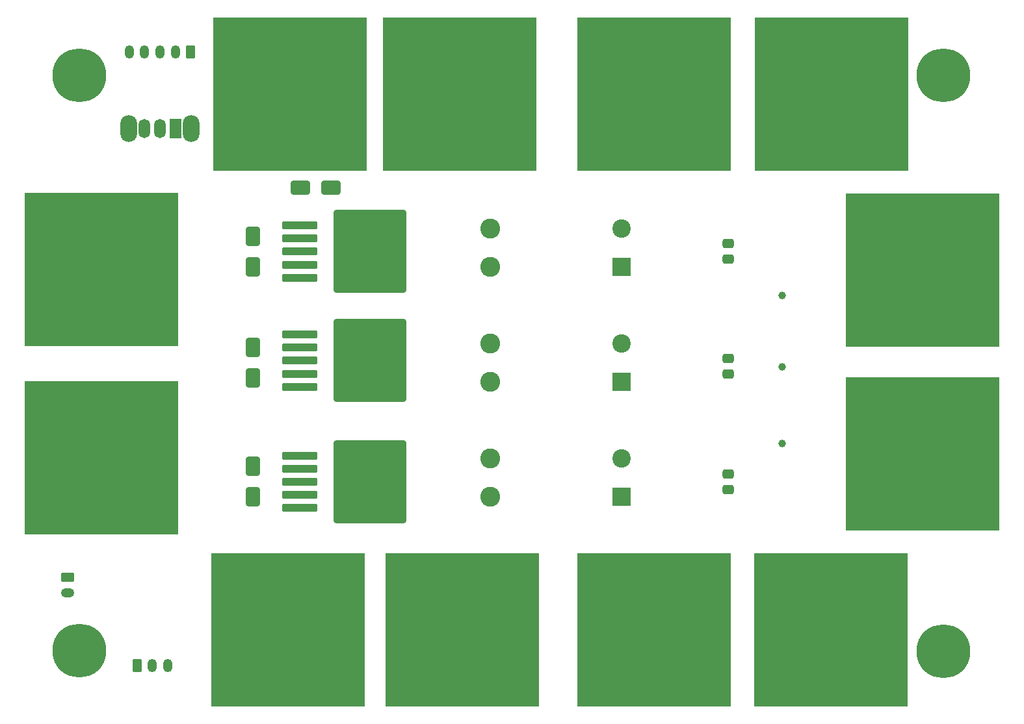
<source format=gbr>
%TF.GenerationSoftware,KiCad,Pcbnew,8.0.3-8.0.3-0~ubuntu22.04.1*%
%TF.CreationDate,2024-08-07T13:08:45+03:00*%
%TF.ProjectId,power_distribution_body,706f7765-725f-4646-9973-747269627574,rev?*%
%TF.SameCoordinates,Original*%
%TF.FileFunction,Soldermask,Top*%
%TF.FilePolarity,Negative*%
%FSLAX46Y46*%
G04 Gerber Fmt 4.6, Leading zero omitted, Abs format (unit mm)*
G04 Created by KiCad (PCBNEW 8.0.3-8.0.3-0~ubuntu22.04.1) date 2024-08-07 13:08:45*
%MOMM*%
%LPD*%
G01*
G04 APERTURE LIST*
G04 Aperture macros list*
%AMRoundRect*
0 Rectangle with rounded corners*
0 $1 Rounding radius*
0 $2 $3 $4 $5 $6 $7 $8 $9 X,Y pos of 4 corners*
0 Add a 4 corners polygon primitive as box body*
4,1,4,$2,$3,$4,$5,$6,$7,$8,$9,$2,$3,0*
0 Add four circle primitives for the rounded corners*
1,1,$1+$1,$2,$3*
1,1,$1+$1,$4,$5*
1,1,$1+$1,$6,$7*
1,1,$1+$1,$8,$9*
0 Add four rect primitives between the rounded corners*
20,1,$1+$1,$2,$3,$4,$5,0*
20,1,$1+$1,$4,$5,$6,$7,0*
20,1,$1+$1,$6,$7,$8,$9,0*
20,1,$1+$1,$8,$9,$2,$3,0*%
G04 Aperture macros list end*
%ADD10C,0.800000*%
%ADD11C,7.000000*%
%ADD12RoundRect,0.250000X-0.650000X1.000000X-0.650000X-1.000000X0.650000X-1.000000X0.650000X1.000000X0*%
%ADD13C,1.270000*%
%ADD14R,20.000000X20.000000*%
%ADD15RoundRect,0.250000X-2.050000X-0.300000X2.050000X-0.300000X2.050000X0.300000X-2.050000X0.300000X0*%
%ADD16RoundRect,0.250002X-4.449998X-5.149998X4.449998X-5.149998X4.449998X5.149998X-4.449998X5.149998X0*%
%ADD17RoundRect,0.250000X-0.475000X0.337500X-0.475000X-0.337500X0.475000X-0.337500X0.475000X0.337500X0*%
%ADD18C,2.600000*%
%ADD19R,2.400000X2.400000*%
%ADD20C,2.400000*%
%ADD21C,1.000000*%
%ADD22O,2.200000X3.500000*%
%ADD23R,1.500000X2.500000*%
%ADD24O,1.500000X2.500000*%
%ADD25RoundRect,0.250000X-0.625000X0.350000X-0.625000X-0.350000X0.625000X-0.350000X0.625000X0.350000X0*%
%ADD26O,1.750000X1.200000*%
%ADD27RoundRect,0.250000X-1.000000X-0.650000X1.000000X-0.650000X1.000000X0.650000X-1.000000X0.650000X0*%
%ADD28RoundRect,0.250000X0.350000X0.625000X-0.350000X0.625000X-0.350000X-0.625000X0.350000X-0.625000X0*%
%ADD29O,1.200000X1.750000*%
%ADD30RoundRect,0.250000X-0.350000X-0.625000X0.350000X-0.625000X0.350000X0.625000X-0.350000X0.625000X0*%
G04 APERTURE END LIST*
D10*
%TO.C,H1*%
X91725000Y-132500000D03*
X92493845Y-130643845D03*
X92493845Y-134356155D03*
X94350000Y-129875000D03*
D11*
X94350000Y-132500000D03*
D10*
X94350000Y-135125000D03*
X96206155Y-130643845D03*
X96206155Y-134356155D03*
X96975000Y-132500000D03*
%TD*%
D12*
%TO.C,D3*%
X117000000Y-78500000D03*
X117000000Y-82500000D03*
%TD*%
D13*
%TO.C,J4*%
X90850000Y-76500000D03*
X90850000Y-79040000D03*
X90850000Y-81580000D03*
X90850000Y-84120000D03*
X90850000Y-86660000D03*
X90850000Y-89200000D03*
X93390000Y-76500000D03*
X93390000Y-79040000D03*
X93390000Y-81580000D03*
X93390000Y-84120000D03*
X93390000Y-86660000D03*
X93390000Y-89200000D03*
X95930000Y-76500000D03*
X95930000Y-79040000D03*
X95930000Y-81580000D03*
X95930000Y-84120000D03*
X95930000Y-86660000D03*
X95930000Y-89200000D03*
D14*
X97200000Y-82850000D03*
D13*
X98470000Y-76500000D03*
X98470000Y-79040000D03*
X98470000Y-81580000D03*
X98470000Y-84120000D03*
X98470000Y-86660000D03*
X98470000Y-89200000D03*
X101010000Y-76500000D03*
X101010000Y-79040000D03*
X101010000Y-81580000D03*
X101010000Y-84120000D03*
X101010000Y-86660000D03*
X101010000Y-89200000D03*
X103550000Y-76500000D03*
X103550000Y-79040000D03*
X103550000Y-81580000D03*
X103550000Y-84120000D03*
X103550000Y-86660000D03*
X103550000Y-89200000D03*
%TD*%
D15*
%TO.C,U3*%
X123075000Y-77100000D03*
X123075000Y-78800000D03*
X123075000Y-80500000D03*
D16*
X132225000Y-80500000D03*
D15*
X123075000Y-82200000D03*
X123075000Y-83900000D03*
%TD*%
D13*
%TO.C,J10*%
X137850000Y-123500000D03*
X137850000Y-126040000D03*
X137850000Y-128580000D03*
X137850000Y-131120000D03*
X137850000Y-133660000D03*
X137850000Y-136200000D03*
X140390000Y-123500000D03*
X140390000Y-126040000D03*
X140390000Y-128580000D03*
X140390000Y-131120000D03*
X140390000Y-133660000D03*
X140390000Y-136200000D03*
X142930000Y-123500000D03*
X142930000Y-126040000D03*
X142930000Y-128580000D03*
X142930000Y-131120000D03*
X142930000Y-133660000D03*
X142930000Y-136200000D03*
D14*
X144200000Y-129850000D03*
D13*
X145470000Y-123500000D03*
X145470000Y-126040000D03*
X145470000Y-128580000D03*
X145470000Y-131120000D03*
X145470000Y-133660000D03*
X145470000Y-136200000D03*
X148010000Y-123500000D03*
X148010000Y-126040000D03*
X148010000Y-128580000D03*
X148010000Y-131120000D03*
X148010000Y-133660000D03*
X148010000Y-136200000D03*
X150550000Y-123500000D03*
X150550000Y-126040000D03*
X150550000Y-128580000D03*
X150550000Y-131120000D03*
X150550000Y-133660000D03*
X150550000Y-136200000D03*
%TD*%
D17*
%TO.C,C1*%
X178850000Y-79425000D03*
X178850000Y-81500000D03*
%TD*%
D13*
%TO.C,J13*%
X90850000Y-101040000D03*
X90850000Y-103580000D03*
X90850000Y-106120000D03*
X90850000Y-108660000D03*
X90850000Y-111200000D03*
X90850000Y-113740000D03*
X93390000Y-101040000D03*
X93390000Y-103580000D03*
X93390000Y-106120000D03*
X93390000Y-108660000D03*
X93390000Y-111200000D03*
X93390000Y-113740000D03*
X95930000Y-101040000D03*
X95930000Y-103580000D03*
X95930000Y-106120000D03*
X95930000Y-108660000D03*
X95930000Y-111200000D03*
X95930000Y-113740000D03*
D14*
X97200000Y-107390000D03*
D13*
X98470000Y-101040000D03*
X98470000Y-103580000D03*
X98470000Y-106120000D03*
X98470000Y-108660000D03*
X98470000Y-111200000D03*
X98470000Y-113740000D03*
X101010000Y-101040000D03*
X101010000Y-103580000D03*
X101010000Y-106120000D03*
X101010000Y-108660000D03*
X101010000Y-111200000D03*
X101010000Y-113740000D03*
X103550000Y-101040000D03*
X103550000Y-103580000D03*
X103550000Y-106120000D03*
X103550000Y-108660000D03*
X103550000Y-111200000D03*
X103550000Y-113740000D03*
%TD*%
D18*
%TO.C,L1*%
X147850000Y-107500000D03*
X147850000Y-112500000D03*
%TD*%
D13*
%TO.C,J5*%
X115450000Y-53600000D03*
X115450000Y-56140000D03*
X115450000Y-58680000D03*
X115450000Y-61220000D03*
X115450000Y-63760000D03*
X115450000Y-66300000D03*
X117990000Y-53600000D03*
X117990000Y-56140000D03*
X117990000Y-58680000D03*
X117990000Y-61220000D03*
X117990000Y-63760000D03*
X117990000Y-66300000D03*
X120530000Y-53600000D03*
X120530000Y-56140000D03*
X120530000Y-58680000D03*
X120530000Y-61220000D03*
X120530000Y-63760000D03*
X120530000Y-66300000D03*
D14*
X121800000Y-59950000D03*
D13*
X123070000Y-53600000D03*
X123070000Y-56140000D03*
X123070000Y-58680000D03*
X123070000Y-61220000D03*
X123070000Y-63760000D03*
X123070000Y-66300000D03*
X125610000Y-53600000D03*
X125610000Y-56140000D03*
X125610000Y-58680000D03*
X125610000Y-61220000D03*
X125610000Y-63760000D03*
X125610000Y-66300000D03*
X128150000Y-53600000D03*
X128150000Y-56140000D03*
X128150000Y-58680000D03*
X128150000Y-61220000D03*
X128150000Y-63760000D03*
X128150000Y-66300000D03*
%TD*%
D19*
%TO.C,C2*%
X165000000Y-112500000D03*
D20*
X165000000Y-107500000D03*
%TD*%
D13*
%TO.C,J12*%
X185950000Y-53600000D03*
X185950000Y-56140000D03*
X185950000Y-58680000D03*
X185950000Y-61220000D03*
X185950000Y-63760000D03*
X185950000Y-66300000D03*
X188490000Y-53600000D03*
X188490000Y-56140000D03*
X188490000Y-58680000D03*
X188490000Y-61220000D03*
X188490000Y-63760000D03*
X188490000Y-66300000D03*
X191030000Y-53600000D03*
X191030000Y-56140000D03*
X191030000Y-58680000D03*
X191030000Y-61220000D03*
X191030000Y-63760000D03*
X191030000Y-66300000D03*
D14*
X192300000Y-59950000D03*
D13*
X193570000Y-53600000D03*
X193570000Y-56140000D03*
X193570000Y-58680000D03*
X193570000Y-61220000D03*
X193570000Y-63760000D03*
X193570000Y-66300000D03*
X196110000Y-53600000D03*
X196110000Y-56140000D03*
X196110000Y-58680000D03*
X196110000Y-61220000D03*
X196110000Y-63760000D03*
X196110000Y-66300000D03*
X198650000Y-53600000D03*
X198650000Y-56140000D03*
X198650000Y-58680000D03*
X198650000Y-61220000D03*
X198650000Y-63760000D03*
X198650000Y-66300000D03*
%TD*%
D18*
%TO.C,L2*%
X147850000Y-92500000D03*
X147850000Y-97500000D03*
%TD*%
D21*
%TO.C,TP2*%
X185850000Y-105500000D03*
%TD*%
D22*
%TO.C,SW1*%
X108950000Y-64500000D03*
X100750000Y-64500000D03*
D23*
X106850000Y-64500000D03*
D24*
X104850000Y-64500000D03*
X102850000Y-64500000D03*
%TD*%
D15*
%TO.C,U2*%
X123075000Y-107100000D03*
X123075000Y-108800000D03*
X123075000Y-110500000D03*
D16*
X132225000Y-110500000D03*
D15*
X123075000Y-112200000D03*
X123075000Y-113900000D03*
%TD*%
D13*
%TO.C,J1*%
X162850000Y-53600000D03*
X162850000Y-56140000D03*
X162850000Y-58680000D03*
X162850000Y-61220000D03*
X162850000Y-63760000D03*
X162850000Y-66300000D03*
X165390000Y-53600000D03*
X165390000Y-56140000D03*
X165390000Y-58680000D03*
X165390000Y-61220000D03*
X165390000Y-63760000D03*
X165390000Y-66300000D03*
X167930000Y-53600000D03*
X167930000Y-56140000D03*
X167930000Y-58680000D03*
X167930000Y-61220000D03*
X167930000Y-63760000D03*
X167930000Y-66300000D03*
D14*
X169200000Y-59950000D03*
D13*
X170470000Y-53600000D03*
X170470000Y-56140000D03*
X170470000Y-58680000D03*
X170470000Y-61220000D03*
X170470000Y-63760000D03*
X170470000Y-66300000D03*
X173010000Y-53600000D03*
X173010000Y-56140000D03*
X173010000Y-58680000D03*
X173010000Y-61220000D03*
X173010000Y-63760000D03*
X173010000Y-66300000D03*
X175550000Y-53600000D03*
X175550000Y-56140000D03*
X175550000Y-58680000D03*
X175550000Y-61220000D03*
X175550000Y-63760000D03*
X175550000Y-66300000D03*
%TD*%
D25*
%TO.C,J7*%
X92850000Y-123000000D03*
D26*
X92850000Y-125000000D03*
%TD*%
D13*
%TO.C,J15*%
X197850000Y-100500000D03*
X197850000Y-103040000D03*
X197850000Y-105580000D03*
X197850000Y-108120000D03*
X197850000Y-110660000D03*
X197850000Y-113200000D03*
X200390000Y-100500000D03*
X200390000Y-103040000D03*
X200390000Y-105580000D03*
X200390000Y-108120000D03*
X200390000Y-110660000D03*
X200390000Y-113200000D03*
X202930000Y-100500000D03*
X202930000Y-103040000D03*
X202930000Y-105580000D03*
X202930000Y-108120000D03*
X202930000Y-110660000D03*
X202930000Y-113200000D03*
D14*
X204200000Y-106850000D03*
D13*
X205470000Y-100500000D03*
X205470000Y-103040000D03*
X205470000Y-105580000D03*
X205470000Y-108120000D03*
X205470000Y-110660000D03*
X205470000Y-113200000D03*
X208010000Y-100500000D03*
X208010000Y-103040000D03*
X208010000Y-105580000D03*
X208010000Y-108120000D03*
X208010000Y-110660000D03*
X208010000Y-113200000D03*
X210550000Y-100500000D03*
X210550000Y-103040000D03*
X210550000Y-105580000D03*
X210550000Y-108120000D03*
X210550000Y-110660000D03*
X210550000Y-113200000D03*
%TD*%
%TO.C,J9*%
X115150000Y-123500000D03*
X115150000Y-126040000D03*
X115150000Y-128580000D03*
X115150000Y-131120000D03*
X115150000Y-133660000D03*
X115150000Y-136200000D03*
X117690000Y-123500000D03*
X117690000Y-126040000D03*
X117690000Y-128580000D03*
X117690000Y-131120000D03*
X117690000Y-133660000D03*
X117690000Y-136200000D03*
X120230000Y-123500000D03*
X120230000Y-126040000D03*
X120230000Y-128580000D03*
X120230000Y-131120000D03*
X120230000Y-133660000D03*
X120230000Y-136200000D03*
D14*
X121500000Y-129850000D03*
D13*
X122770000Y-123500000D03*
X122770000Y-126040000D03*
X122770000Y-128580000D03*
X122770000Y-131120000D03*
X122770000Y-133660000D03*
X122770000Y-136200000D03*
X125310000Y-123500000D03*
X125310000Y-126040000D03*
X125310000Y-128580000D03*
X125310000Y-131120000D03*
X125310000Y-133660000D03*
X125310000Y-136200000D03*
X127850000Y-123500000D03*
X127850000Y-126040000D03*
X127850000Y-128580000D03*
X127850000Y-131120000D03*
X127850000Y-133660000D03*
X127850000Y-136200000D03*
%TD*%
D17*
%TO.C,C6*%
X178850000Y-109462500D03*
X178850000Y-111537500D03*
%TD*%
D10*
%TO.C,H2*%
X204225000Y-57500000D03*
X204993845Y-55643845D03*
X204993845Y-59356155D03*
X206850000Y-54875000D03*
D11*
X206850000Y-57500000D03*
D10*
X206850000Y-60125000D03*
X208706155Y-55643845D03*
X208706155Y-59356155D03*
X209475000Y-57500000D03*
%TD*%
D15*
%TO.C,U1*%
X123075000Y-91325000D03*
X123075000Y-93025000D03*
X123075000Y-94725000D03*
D16*
X132225000Y-94725000D03*
D15*
X123075000Y-96425000D03*
X123075000Y-98125000D03*
%TD*%
D13*
%TO.C,J3*%
X197850000Y-76600000D03*
X197850000Y-79140000D03*
X197850000Y-81680000D03*
X197850000Y-84220000D03*
X197850000Y-86760000D03*
X197850000Y-89300000D03*
X200390000Y-76600000D03*
X200390000Y-79140000D03*
X200390000Y-81680000D03*
X200390000Y-84220000D03*
X200390000Y-86760000D03*
X200390000Y-89300000D03*
X202930000Y-76600000D03*
X202930000Y-79140000D03*
X202930000Y-81680000D03*
X202930000Y-84220000D03*
X202930000Y-86760000D03*
X202930000Y-89300000D03*
D14*
X204200000Y-82950000D03*
D13*
X205470000Y-76600000D03*
X205470000Y-79140000D03*
X205470000Y-81680000D03*
X205470000Y-84220000D03*
X205470000Y-86760000D03*
X205470000Y-89300000D03*
X208010000Y-76600000D03*
X208010000Y-79140000D03*
X208010000Y-81680000D03*
X208010000Y-84220000D03*
X208010000Y-86760000D03*
X208010000Y-89300000D03*
X210550000Y-76600000D03*
X210550000Y-79140000D03*
X210550000Y-81680000D03*
X210550000Y-84220000D03*
X210550000Y-86760000D03*
X210550000Y-89300000D03*
%TD*%
D27*
%TO.C,D4*%
X123112500Y-72190000D03*
X127112500Y-72190000D03*
%TD*%
D28*
%TO.C,J6*%
X108850000Y-54500000D03*
D29*
X106850000Y-54500000D03*
X104850000Y-54500000D03*
X102850000Y-54500000D03*
X100850000Y-54500000D03*
%TD*%
D19*
%TO.C,C4*%
X165000000Y-97500000D03*
D20*
X165000000Y-92500000D03*
%TD*%
D10*
%TO.C,H4*%
X204225000Y-132643845D03*
X204993845Y-130787690D03*
X204993845Y-134500000D03*
X206850000Y-130018845D03*
D11*
X206850000Y-132643845D03*
D10*
X206850000Y-135268845D03*
X208706155Y-130787690D03*
X208706155Y-134500000D03*
X209475000Y-132643845D03*
%TD*%
D12*
%TO.C,D2*%
X117000000Y-93000000D03*
X117000000Y-97000000D03*
%TD*%
D10*
%TO.C,H3*%
X91725000Y-57500000D03*
X92493845Y-55643845D03*
X92493845Y-59356155D03*
X94350000Y-54875000D03*
D11*
X94350000Y-57500000D03*
D10*
X94350000Y-60125000D03*
X96206155Y-55643845D03*
X96206155Y-59356155D03*
X96975000Y-57500000D03*
%TD*%
D19*
%TO.C,C3*%
X165000000Y-82500000D03*
D20*
X165000000Y-77500000D03*
%TD*%
D21*
%TO.C,TP1*%
X185850000Y-95500000D03*
%TD*%
%TO.C,TP3*%
X185850000Y-86250000D03*
%TD*%
D30*
%TO.C,J8*%
X101850000Y-134500000D03*
D29*
X103850000Y-134500000D03*
X105850000Y-134500000D03*
%TD*%
D13*
%TO.C,J14*%
X137550000Y-53600000D03*
X137550000Y-56140000D03*
X137550000Y-58680000D03*
X137550000Y-61220000D03*
X137550000Y-63760000D03*
X137550000Y-66300000D03*
X140090000Y-53600000D03*
X140090000Y-56140000D03*
X140090000Y-58680000D03*
X140090000Y-61220000D03*
X140090000Y-63760000D03*
X140090000Y-66300000D03*
X142630000Y-53600000D03*
X142630000Y-56140000D03*
X142630000Y-58680000D03*
X142630000Y-61220000D03*
X142630000Y-63760000D03*
X142630000Y-66300000D03*
D14*
X143900000Y-59950000D03*
D13*
X145170000Y-53600000D03*
X145170000Y-56140000D03*
X145170000Y-58680000D03*
X145170000Y-61220000D03*
X145170000Y-63760000D03*
X145170000Y-66300000D03*
X147710000Y-53600000D03*
X147710000Y-56140000D03*
X147710000Y-58680000D03*
X147710000Y-61220000D03*
X147710000Y-63760000D03*
X147710000Y-66300000D03*
X150250000Y-53600000D03*
X150250000Y-56140000D03*
X150250000Y-58680000D03*
X150250000Y-61220000D03*
X150250000Y-63760000D03*
X150250000Y-66300000D03*
%TD*%
%TO.C,J11*%
X185850000Y-123500000D03*
X185850000Y-126040000D03*
X185850000Y-128580000D03*
X185850000Y-131120000D03*
X185850000Y-133660000D03*
X185850000Y-136200000D03*
X188390000Y-123500000D03*
X188390000Y-126040000D03*
X188390000Y-128580000D03*
X188390000Y-131120000D03*
X188390000Y-133660000D03*
X188390000Y-136200000D03*
X190930000Y-123500000D03*
X190930000Y-126040000D03*
X190930000Y-128580000D03*
X190930000Y-131120000D03*
X190930000Y-133660000D03*
X190930000Y-136200000D03*
D14*
X192200000Y-129850000D03*
D13*
X193470000Y-123500000D03*
X193470000Y-126040000D03*
X193470000Y-128580000D03*
X193470000Y-131120000D03*
X193470000Y-133660000D03*
X193470000Y-136200000D03*
X196010000Y-123500000D03*
X196010000Y-126040000D03*
X196010000Y-128580000D03*
X196010000Y-131120000D03*
X196010000Y-133660000D03*
X196010000Y-136200000D03*
X198550000Y-123500000D03*
X198550000Y-126040000D03*
X198550000Y-128580000D03*
X198550000Y-131120000D03*
X198550000Y-133660000D03*
X198550000Y-136200000D03*
%TD*%
%TO.C,J2*%
X162850000Y-123500000D03*
X162850000Y-126040000D03*
X162850000Y-128580000D03*
X162850000Y-131120000D03*
X162850000Y-133660000D03*
X162850000Y-136200000D03*
X165390000Y-123500000D03*
X165390000Y-126040000D03*
X165390000Y-128580000D03*
X165390000Y-131120000D03*
X165390000Y-133660000D03*
X165390000Y-136200000D03*
X167930000Y-123500000D03*
X167930000Y-126040000D03*
X167930000Y-128580000D03*
X167930000Y-131120000D03*
X167930000Y-133660000D03*
X167930000Y-136200000D03*
D14*
X169200000Y-129850000D03*
D13*
X170470000Y-123500000D03*
X170470000Y-126040000D03*
X170470000Y-128580000D03*
X170470000Y-131120000D03*
X170470000Y-133660000D03*
X170470000Y-136200000D03*
X173010000Y-123500000D03*
X173010000Y-126040000D03*
X173010000Y-128580000D03*
X173010000Y-131120000D03*
X173010000Y-133660000D03*
X173010000Y-136200000D03*
X175550000Y-123500000D03*
X175550000Y-126040000D03*
X175550000Y-128580000D03*
X175550000Y-131120000D03*
X175550000Y-133660000D03*
X175550000Y-136200000D03*
%TD*%
D12*
%TO.C,D1*%
X117000000Y-108500000D03*
X117000000Y-112500000D03*
%TD*%
D18*
%TO.C,L3*%
X147850000Y-77500000D03*
X147850000Y-82500000D03*
%TD*%
D17*
%TO.C,C5*%
X178850000Y-94425000D03*
X178850000Y-96500000D03*
%TD*%
M02*

</source>
